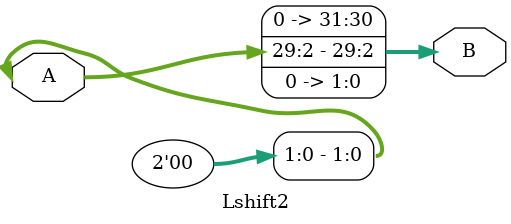
<source format=v>
module Lshift2(
	input[31:0] A,
	output[31:0] B);
	
 assign B=A[29:0];
 assign B[1:0]='b00;
endmodule
</source>
